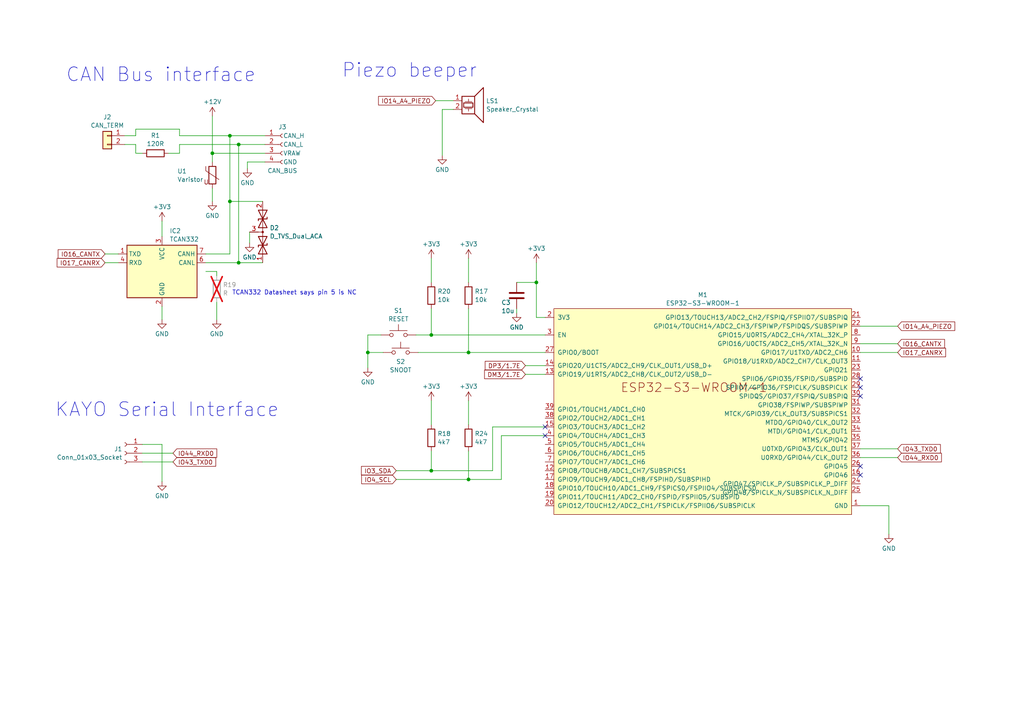
<source format=kicad_sch>
(kicad_sch (version 20231120) (generator "eeschema") (generator_version "8.0")
  (paper "A4")
  (lib_symbols
    (symbol "Connector:Conn_01x03_Socket" (pin_names (offset 1.016) hide)
      (property "Reference" "J" (at 0 5.08 0))
      (property "Value" "Conn_01x03_Socket" (at 0 -5.08 0))
      (symbol "Conn_01x03_Socket_1_1"
        (arc (start 0 -2.032) (mid -0.5058 -2.54) (end 0 -3.048) (stroke (width 0.1524)))
        (polyline (pts (xy -1.27 -2.54) (xy -0.508 -2.54)) (stroke (width 0.1524)))
        (polyline (pts (xy -1.27 0) (xy -0.508 0)) (stroke (width 0.1524)))
        (polyline (pts (xy -1.27 2.54) (xy -0.508 2.54)) (stroke (width 0.1524)))
        (arc (start 0 0.508) (mid -0.5058 0) (end 0 -0.508) (stroke (width 0.1524)))
        (arc (start 0 3.048) (mid -0.5058 2.54) (end 0 2.032) (stroke (width 0.1524)))
        (pin passive line (at -5.08 2.54 0) (length 3.81) (name "Pin_1") (number "1"))
        (pin passive line (at -5.08 0 0) (length 3.81) (name "Pin_2") (number "2"))
        (pin passive line (at -5.08 -2.54 0) (length 3.81) (name "Pin_3") (number "3"))
      )
    )
    (symbol "Connector_Generic:Conn_01x02" (pin_names (offset 1.016) hide)
      (property "Reference" "J" (at 0 2.54 0))
      (property "Value" "Conn_01x02" (at 0 -5.08 0))
      (symbol "Conn_01x02_1_1"
        (rectangle (start -1.27 -2.413) (end 0 -2.667) (stroke (width 0.1524)))
        (rectangle (start -1.27 0.127) (end 0 -0.127) (stroke (width 0.1524)))
        (rectangle (start -1.27 1.27) (end 1.27 -3.81) (stroke (width 0.254)) (fill (type background)))
        (pin passive line (at -5.08 0 0) (length 3.81) (name "Pin_1") (number "1"))
        (pin passive line (at -5.08 -2.54 0) (length 3.81) (name "Pin_2") (number "2"))
      )
    )
    (symbol "Device:C" (pin_numbers hide) (pin_names (offset 0.254))
      (property "Reference" "C" (at 0.635 2.54 0))
      (property "Value" "C" (at 0.635 -2.54 0))
      (symbol "C_0_1"
        (polyline (pts (xy -2.032 -0.762) (xy 2.032 -0.762)) (stroke (width 0.508)))
        (polyline (pts (xy -2.032 0.762) (xy 2.032 0.762)) (stroke (width 0.508)))
      )
      (symbol "C_1_1"
        (pin passive line (at 0 3.81 270) (length 2.794) (name "~") (number "1"))
        (pin passive line (at 0 -3.81 90) (length 2.794) (name "~") (number "2"))
      )
    )
    (symbol "Device:D_TVS_Dual_AAC" (pin_names (offset 1.016) hide)
      (property "Reference" "D" (at 0 4.445 0))
      (property "Value" "D_TVS_Dual_AAC" (at 0 2.54 0))
      (symbol "D_TVS_Dual_AAC_0_0"
        (polyline (pts (xy 0 -1.27) (xy 0 0)))
      )
      (symbol "D_TVS_Dual_AAC_0_1"
        (polyline (pts (xy -6.35 0) (xy 6.35 0)))
        (polyline (pts (xy -3.302 1.27) (xy -3.81 1.27) (xy -3.81 -1.27) (xy -4.318 -1.27)) (stroke (width 0.254)))
        (polyline (pts (xy 4.318 1.27) (xy 3.81 1.27) (xy 3.81 -1.27) (xy 3.302 -1.27)) (stroke (width 0.254)))
        (polyline (pts (xy -6.35 1.27) (xy -1.27 -1.27) (xy -1.27 1.27) (xy -6.35 -1.27) (xy -6.35 1.27)) (stroke (width 0.254)))
        (polyline (pts (xy 6.35 1.27) (xy 1.27 -1.27) (xy 1.27 1.27) (xy 6.35 -1.27) (xy 6.35 1.27)) (stroke (width 0.254)))
        (circle (center 0 0) (radius 0.254) (fill (type outline)))
      )
      (symbol "D_TVS_Dual_AAC_1_1"
        (pin passive line (at -8.89 0 0) (length 2.54) (name "A1") (number "1"))
        (pin passive line (at 8.89 0 180) (length 2.54) (name "A2") (number "2"))
        (pin input line (at 0 -3.81 90) (length 2.54) (name "common") (number "3"))
      )
    )
    (symbol "Device:R" (pin_numbers hide) (pin_names (offset 0))
      (property "Reference" "R" (at 2.032 0 90))
      (property "Value" "R" (at 0 0 90))
      (symbol "R_0_1"
        (rectangle (start -1.016 -2.54) (end 1.016 2.54) (stroke (width 0.254)))
      )
      (symbol "R_1_1"
        (pin passive line (at 0 3.81 270) (length 1.27) (name "~") (number "1"))
        (pin passive line (at 0 -3.81 90) (length 1.27) (name "~") (number "2"))
      )
    )
    (symbol "Device:Speaker_Crystal" (pin_names (offset 0) hide)
      (property "Reference" "LS" (at 0.635 5.715 0))
      (property "Value" "Speaker_Crystal" (at 0.635 3.81 0))
      (symbol "Speaker_Crystal_0_0"
        (rectangle (start -2.54 1.27) (end 1.143 -3.81) (stroke (width 0.254)))
        (rectangle (start -2.032 -0.635) (end 0.635 -1.905) (stroke (width 0.254)))
        (polyline (pts (xy -1.651 -2.286) (xy 0.381 -2.286)))
        (polyline (pts (xy -1.651 -0.254) (xy 0.381 -0.254)))
        (polyline (pts (xy -0.635 -2.286) (xy -0.635 -3.048)))
        (polyline (pts (xy -0.635 -0.254) (xy -0.635 0.508)))
        (polyline (pts (xy 1.143 1.27) (xy 3.683 3.81) (xy 3.683 -6.35) (xy 1.143 -3.81)) (stroke (width 0.254)))
      )
      (symbol "Speaker_Crystal_1_1"
        (pin input line (at -5.08 0 0) (length 2.54) (name "1") (number "1"))
        (pin input line (at -5.08 -2.54 0) (length 2.54) (name "2") (number "2"))
      )
    )
    (symbol "Device:Varistor" (pin_numbers hide) (pin_names (offset 0))
      (property "Reference" "RV" (at 3.175 0 90))
      (property "Value" "Varistor" (at -3.175 0 90))
      (symbol "Varistor_0_0"
        (text "U" (at -1.778 -2.032 0) (effects (font (size 1.27 1.27))))
      )
      (symbol "Varistor_0_1"
        (rectangle (start -1.016 -2.54) (end 1.016 2.54) (stroke (width 0.254)))
        (polyline (pts (xy -1.905 2.54) (xy -1.905 1.27) (xy 1.905 -1.27)))
      )
      (symbol "Varistor_1_1"
        (pin passive line (at 0 3.81 270) (length 1.27) (name "~") (number "1"))
        (pin passive line (at 0 -3.81 90) (length 1.27) (name "~") (number "2"))
      )
    )
    (symbol "Switch:SW_Push" (pin_numbers hide) (pin_names (offset 1.016) hide)
      (property "Reference" "SW" (at 1.27 2.54 0))
      (property "Value" "SW_Push" (at 0 -1.524 0))
      (symbol "SW_Push_0_1"
        (circle (center -2.032 0) (radius 0.508))
        (polyline (pts (xy 0 1.27) (xy 0 3.048)))
        (polyline (pts (xy 2.54 1.27) (xy -2.54 1.27)))
        (circle (center 2.032 0) (radius 0.508))
        (pin passive line (at -5.08 0 0) (length 2.54) (name "1") (number "1"))
        (pin passive line (at 5.08 0 180) (length 2.54) (name "2") (number "2"))
      )
    )
    (symbol "_:CAN_BUS" (pin_names (offset 1.5))
      (property "Reference" "J" (at 0 5.08 0))
      (property "Value" "CAN_BUS" (at 0 -7.62 0))
      (symbol "CAN_BUS_1_1"
        (arc (start 0 -4.572) (mid -0.5058 -5.08) (end 0 -5.588) (stroke (width 0.1524)))
        (arc (start 0 -2.032) (mid -0.5058 -2.54) (end 0 -3.048) (stroke (width 0.1524)))
        (polyline (pts (xy -1.27 -5.08) (xy -0.508 -5.08)) (stroke (width 0.1524)))
        (polyline (pts (xy -1.27 -2.54) (xy -0.508 -2.54)) (stroke (width 0.1524)))
        (polyline (pts (xy -1.27 0) (xy -0.508 0)) (stroke (width 0.1524)))
        (polyline (pts (xy -1.27 2.54) (xy -0.508 2.54)) (stroke (width 0.1524)))
        (arc (start 0 0.508) (mid -0.5058 0) (end 0 -0.508) (stroke (width 0.1524)))
        (arc (start 0 3.048) (mid -0.5058 2.54) (end 0 2.032) (stroke (width 0.1524)))
        (pin passive line (at -5.08 2.54 0) (length 3.81) (name "CAN_H") (number "1"))
        (pin passive line (at -5.08 0 0) (length 3.81) (name "CAN_L") (number "2"))
        (pin passive line (at -5.08 -2.54 0) (length 3.81) (name "VRAW") (number "3"))
        (pin passive line (at -5.08 -5.08 0) (length 3.81) (name "GND") (number "4"))
      )
    )
    (symbol "_:ESP32-S3-WROOM-1" (pin_names (offset 1.016))
      (property "Reference" "U" (at 43.18 -22.86 0))
      (property "Value" "ESP32-S3-WROOM-1" (at -11.43 39.37 0))
      (symbol "ESP32-S3-WROOM-1_0_0"
        (text "ESP32-S3-WROOM-1" (at -2.54 15.24 0) (effects (font (size 2.54 2.54))))
        (pin power_in line (at 45.72 -19.05 180) (length 2.54) (name "GND") (number "1"))
        (pin bidirectional line (at 45.72 25.4 180) (length 2.54) (name "GPIO17/U1TXD/ADC2_CH6") (number "10"))
        (pin bidirectional line (at 45.72 22.86 180) (length 2.54) (name "GPIO18/U1RXD/ADC2_CH7/CLK_OUT3") (number "11"))
        (pin bidirectional line (at -45.72 -8.89 0) (length 2.54) (name "GPIO8/TOUCH8/ADC1_CH7/SUBSPICS1") (number "12"))
        (pin bidirectional line (at -45.72 19.05 0) (length 2.54) (name "GPIO19/U1RTS/ADC2_CH8/CLK_OUT2/USB_D-") (number "13"))
        (pin bidirectional line (at -45.72 21.59 0) (length 2.54) (name "GPIO20/U1CTS/ADC2_CH9/CLK_OUT1/USB_D+") (number "14"))
        (pin bidirectional line (at -45.72 3.81 0) (length 2.54) (name "GPIO3/TOUCH3/ADC1_CH2") (number "15"))
        (pin bidirectional line (at 45.72 -10.16 180) (length 2.54) (name "GPIO46") (number "16"))
        (pin bidirectional line (at -45.72 -11.43 0) (length 2.54) (name "GPIO9/TOUCH9/ADC1_CH8/FSPIHD/SUBSPIHD") (number "17"))
        (pin bidirectional line (at -45.72 -13.97 0) (length 2.54) (name "GPIO10/TOUCH10/ADC1_CH9/FSPICS0/FSPIIO4/SUBSPICS0") (number "18"))
        (pin bidirectional line (at -45.72 -16.51 0) (length 2.54) (name "GPIO11/TOUCH11/ADC2_CH0/FSPID/FSPIIO5/SUBSPID") (number "19"))
        (pin power_in line (at -45.72 35.56 0) (length 2.54) (name "3V3") (number "2"))
        (pin bidirectional line (at -45.72 -19.05 0) (length 2.54) (name "GPIO12/TOUCH12/ADC2_CH1/FSPICLK/FSPIIO6/SUBSPICLK") (number "20"))
        (pin bidirectional line (at 45.72 35.56 180) (length 2.54) (name "GPIO13/TOUCH13/ADC2_CH2/FSPIQ/FSPIIO7/SUBSPIQ") (number "21"))
        (pin bidirectional line (at 45.72 33.02 180) (length 2.54) (name "GPIO14/TOUCH14/ADC2_CH3/FSPIWP/FSPIDQS/SUBSPIWP") (number "22"))
        (pin bidirectional line (at 45.72 20.32 180) (length 2.54) (name "GPIO21") (number "23"))
        (pin bidirectional line (at 45.72 -12.7 180) (length 2.54) (name "GPIO47/SPICLK_P/SUBSPICLK_P_DIFF") (number "24"))
        (pin bidirectional line (at 45.72 -15.24 180) (length 2.54) (name "GPIO48/SPICLK_N/SUBSPICLK_N_DIFF") (number "25"))
        (pin bidirectional line (at 45.72 -7.62 180) (length 2.54) (name "GPIO45") (number "26"))
        (pin bidirectional line (at -45.72 25.4 0) (length 2.54) (name "GPIO0/BOOT") (number "27"))
        (pin bidirectional line (at 45.72 17.78 180) (length 2.54) (name "SPIIO6/GPIO35/FSPID/SUBSPID") (number "28"))
        (pin bidirectional line (at 45.72 15.24 180) (length 2.54) (name "SPIIO7/GPIO36/FSPICLK/SUBSPICLK") (number "29"))
        (pin input line (at -45.72 30.48 0) (length 2.54) (name "EN") (number "3"))
        (pin bidirectional line (at 45.72 12.7 180) (length 2.54) (name "SPIDQS/GPIO37/FSPIQ/SUBSPIQ") (number "30"))
        (pin bidirectional line (at 45.72 10.16 180) (length 2.54) (name "GPIO38/FSPIWP/SUBSPIWP") (number "31"))
        (pin bidirectional line (at 45.72 7.62 180) (length 2.54) (name "MTCK/GPIO39/CLK_OUT3/SUBSPICS1") (number "32"))
        (pin bidirectional line (at 45.72 5.08 180) (length 2.54) (name "MTDO/GPIO40/CLK_OUT2") (number "33"))
        (pin bidirectional line (at 45.72 2.54 180) (length 2.54) (name "MTDI/GPIO41/CLK_OUT1") (number "34"))
        (pin bidirectional line (at 45.72 0 180) (length 2.54) (name "MTMS/GPIO42") (number "35"))
        (pin bidirectional line (at 45.72 -5.08 180) (length 2.54) (name "U0RXD/GPIO44/CLK_OUT2") (number "36"))
        (pin bidirectional line (at 45.72 -2.54 180) (length 2.54) (name "U0TXD/GPIO43/CLK_OUT1") (number "37"))
        (pin bidirectional line (at -45.72 6.35 0) (length 2.54) (name "GPIO2/TOUCH2/ADC1_CH1") (number "38"))
        (pin bidirectional line (at -45.72 8.89 0) (length 2.54) (name "GPIO1/TOUCH1/ADC1_CH0") (number "39"))
        (pin bidirectional line (at -45.72 1.27 0) (length 2.54) (name "GPIO4/TOUCH4/ADC1_CH3") (number "4"))
        (pin passive line (at 45.72 -19.05 180) (length 2.54) hide (name "GND") (number "40"))
        (pin passive line (at 45.72 -19.05 180) (length 2.54) hide (name "GND") (number "41"))
        (pin bidirectional line (at -45.72 -1.27 0) (length 2.54) (name "GPIO5/TOUCH5/ADC1_CH4") (number "5"))
        (pin bidirectional line (at -45.72 -3.81 0) (length 2.54) (name "GPIO6/TOUCH6/ADC1_CH5") (number "6"))
        (pin bidirectional line (at -45.72 -6.35 0) (length 2.54) (name "GPIO7/TOUCH7/ADC1_CH6") (number "7"))
        (pin bidirectional line (at 45.72 30.48 180) (length 2.54) (name "GPIO15/U0RTS/ADC2_CH4/XTAL_32K_P") (number "8"))
        (pin bidirectional line (at 45.72 27.94 180) (length 2.54) (name "GPIO16/U0CTS/ADC2_CH5/XTAL_32K_N") (number "9"))
      )
      (symbol "ESP32-S3-WROOM-1_0_1"
        (rectangle (start -43.18 38.1) (end 43.18 -21.59) (fill (type background)))
      )
    )
    (symbol "_:TCAN332"
      (property "Reference" "U" (at -10.16 8.89 0))
      (property "Value" "TCAN332" (at 2.54 8.89 0))
      (symbol "TCAN332_0_1"
        (rectangle (start -10.16 7.62) (end 10.16 -7.62) (stroke (width 0.254)) (fill (type background)))
      )
      (symbol "TCAN332_1_1"
        (pin input line (at -12.7 5.08 0) (length 2.54) (name "TXD") (number "1"))
        (pin power_in line (at 0 -10.16 90) (length 2.54) (name "GND") (number "2"))
        (pin power_in line (at 0 10.16 270) (length 2.54) (name "VCC") (number "3"))
        (pin tri_state line (at -12.7 2.54 0) (length 2.54) (name "RXD") (number "4"))
        (pin no_connect line (at -10.16 -2.54 0) (length 2.54) hide (name "NC") (number "5"))
        (pin bidirectional line (at 12.7 2.54 180) (length 2.54) (name "CANL") (number "6"))
        (pin bidirectional line (at 12.7 5.08 180) (length 2.54) (name "CANH") (number "7"))
        (pin no_connect line (at -10.16 -5.08 0) (length 2.54) hide (name "NC") (number "8"))
      )
    )
    (symbol "power:+12V" (power) (pin_names (offset 0))
      (property "Value" "+12V" (at 0 3.556 0))
      (symbol "+12V_0_1"
        (polyline (pts (xy -0.762 1.27) (xy 0 2.54)))
        (polyline (pts (xy 0 0) (xy 0 2.54)))
        (polyline (pts (xy 0 2.54) (xy 0.762 1.27)))
      )
      (symbol "+12V_1_1"
        (pin power_in line (at 0 0 90) (length 0) hide (name "+12V") (number "1"))
      )
    )
    (symbol "power:+3V3" (power) (pin_names (offset 0))
      (property "Value" "+3V3" (at 0 3.556 0))
      (symbol "+3V3_0_1"
        (polyline (pts (xy -0.762 1.27) (xy 0 2.54)))
        (polyline (pts (xy 0 0) (xy 0 2.54)))
        (polyline (pts (xy 0 2.54) (xy 0.762 1.27)))
      )
      (symbol "+3V3_1_1"
        (pin power_in line (at 0 0 90) (length 0) hide (name "+3V3") (number "1"))
      )
    )
    (symbol "power:GND" (power) (pin_names (offset 0))
      (property "Value" "GND" (at 0 -3.81 0))
      (symbol "GND_0_1"
        (polyline (pts (xy 0 0) (xy 0 -1.27) (xy 1.27 -1.27) (xy 0 -2.54) (xy -1.27 -1.27) (xy 0 -1.27)))
      )
      (symbol "GND_1_1"
        (pin power_in line (at 0 0 270) (length 0) hide (name "GND") (number "1"))
      )
    )
  )
  (junction (at 135.89 102.235))
  (junction (at 61.595 44.45))
  (junction (at 125.095 136.525))
  (junction (at 135.89 139.065))
  (junction (at 69.215 76.2))
  (junction (at 69.215 41.91))
  (junction (at 106.68 102.235))
  (junction (at 155.575 81.915))
  (junction (at 66.675 39.37))
  (junction (at 66.675 58.42))
  (junction (at 125.095 97.155))
  (no_connect (at 158.115 123.825))
  (no_connect (at 249.555 135.255))
  (no_connect (at 158.115 126.365))
  (no_connect (at 249.555 114.935))
  (no_connect (at 249.555 112.395))
  (no_connect (at 249.555 109.855))
  (no_connect (at 249.555 137.795))
  (wire (pts (xy 125.095 97.155) (xy 158.115 97.155)))
  (wire (pts (xy 125.095 116.205) (xy 125.095 123.19)))
  (wire (pts (xy 249.555 99.695) (xy 260.35 99.695)))
  (wire (pts (xy 155.575 92.075) (xy 158.115 92.075)))
  (wire (pts (xy 30.48 73.66) (xy 34.29 73.66)))
  (wire (pts (xy 120.65 97.155) (xy 125.095 97.155)))
  (wire (pts (xy 249.555 102.235) (xy 260.35 102.235)))
  (wire (pts (xy 66.675 58.42) (xy 66.675 73.66)))
  (wire (pts (xy 48.895 44.45) (xy 52.07 44.45)))
  (wire (pts (xy 125.095 136.525) (xy 125.095 130.81)))
  (wire (pts (xy 110.49 97.155) (xy 106.68 97.155)))
  (wire (pts (xy 59.69 73.66) (xy 66.675 73.66)))
  (wire (pts (xy 249.555 132.715) (xy 260.35 132.715)))
  (wire (pts (xy 135.89 89.535) (xy 135.89 102.235)))
  (wire (pts (xy 30.48 76.2) (xy 34.29 76.2)))
  (wire (pts (xy 76.835 44.45) (xy 61.595 44.45)))
  (wire (pts (xy 155.575 76.2) (xy 155.575 81.915)))
  (wire (pts (xy 61.595 44.45) (xy 61.595 46.99)))
  (wire (pts (xy 76.835 46.99) (xy 71.755 46.99)))
  (wire (pts (xy 66.675 39.37) (xy 66.675 58.42)))
  (wire (pts (xy 41.275 131.445) (xy 50.165 131.445)))
  (wire (pts (xy 125.095 89.535) (xy 125.095 97.155)))
  (wire (pts (xy 39.37 44.45) (xy 41.275 44.45)))
  (wire (pts (xy 52.07 39.37) (xy 66.675 39.37)))
  (wire (pts (xy 155.575 81.915) (xy 149.86 81.915)))
  (wire (pts (xy 249.555 130.175) (xy 260.35 130.175)))
  (wire (pts (xy 62.865 87.63) (xy 62.865 92.71)))
  (wire (pts (xy 36.195 39.37) (xy 39.37 39.37)))
  (wire (pts (xy 155.575 81.915) (xy 155.575 92.075)))
  (wire (pts (xy 71.755 46.99) (xy 71.755 48.895)))
  (wire (pts (xy 257.81 146.685) (xy 249.555 146.685)))
  (wire (pts (xy 125.095 74.93) (xy 125.095 81.915)))
  (wire (pts (xy 142.875 136.525) (xy 125.095 136.525)))
  (wire (pts (xy 61.595 33.655) (xy 61.595 44.45)))
  (wire (pts (xy 249.555 94.615) (xy 260.35 94.615)))
  (wire (pts (xy 106.68 102.235) (xy 106.68 106.68)))
  (wire (pts (xy 149.86 89.535) (xy 149.86 90.805)))
  (wire (pts (xy 106.68 102.235) (xy 111.125 102.235)))
  (wire (pts (xy 126.365 29.21) (xy 131.445 29.21)))
  (wire (pts (xy 257.81 154.94) (xy 257.81 146.685)))
  (wire (pts (xy 114.935 136.525) (xy 125.095 136.525)))
  (wire (pts (xy 46.99 88.9) (xy 46.99 92.71)))
  (wire (pts (xy 72.39 67.31) (xy 72.39 70.485)))
  (wire (pts (xy 158.115 123.825) (xy 142.875 123.825)))
  (wire (pts (xy 135.89 74.93) (xy 135.89 81.915)))
  (wire (pts (xy 62.865 80.01) (xy 62.865 78.74)))
  (wire (pts (xy 52.07 41.91) (xy 69.215 41.91)))
  (wire (pts (xy 41.275 133.985) (xy 50.165 133.985)))
  (wire (pts (xy 52.07 37.465) (xy 52.07 39.37)))
  (wire (pts (xy 36.195 41.91) (xy 39.37 41.91)))
  (wire (pts (xy 66.675 58.42) (xy 76.2 58.42)))
  (wire (pts (xy 61.595 54.61) (xy 61.595 58.42)))
  (wire (pts (xy 52.07 44.45) (xy 52.07 41.91)))
  (wire (pts (xy 106.68 97.155) (xy 106.68 102.235)))
  (wire (pts (xy 128.27 45.085) (xy 128.27 31.75)))
  (wire (pts (xy 59.69 76.2) (xy 69.215 76.2)))
  (wire (pts (xy 46.99 128.905) (xy 41.275 128.905)))
  (wire (pts (xy 39.37 41.91) (xy 39.37 44.45)))
  (wire (pts (xy 39.37 37.465) (xy 52.07 37.465)))
  (wire (pts (xy 114.935 139.065) (xy 135.89 139.065)))
  (wire (pts (xy 69.215 41.91) (xy 76.835 41.91)))
  (wire (pts (xy 69.215 41.91) (xy 69.215 76.2)))
  (wire (pts (xy 158.115 126.365) (xy 145.415 126.365)))
  (wire (pts (xy 152.4 108.585) (xy 158.115 108.585)))
  (wire (pts (xy 145.415 126.365) (xy 145.415 139.065)))
  (wire (pts (xy 142.875 123.825) (xy 142.875 136.525)))
  (wire (pts (xy 66.675 39.37) (xy 76.835 39.37)))
  (wire (pts (xy 128.27 31.75) (xy 131.445 31.75)))
  (wire (pts (xy 39.37 39.37) (xy 39.37 37.465)))
  (wire (pts (xy 46.99 139.7) (xy 46.99 128.905)))
  (wire (pts (xy 135.89 102.235) (xy 158.115 102.235)))
  (wire (pts (xy 135.89 116.205) (xy 135.89 123.19)))
  (wire (pts (xy 69.215 76.2) (xy 76.2 76.2)))
  (wire (pts (xy 121.285 102.235) (xy 135.89 102.235)))
  (wire (pts (xy 135.89 139.065) (xy 135.89 130.81)))
  (wire (pts (xy 152.4 106.045) (xy 158.115 106.045)))
  (wire (pts (xy 46.99 64.135) (xy 46.99 68.58)))
  (wire (pts (xy 145.415 139.065) (xy 135.89 139.065)))
  (wire (pts (xy 59.69 78.74) (xy 62.865 78.74)))
  (text "Piezo beeper" (at 99.06 22.86 0) (effects (font (size 4 4)) (justify left bottom)))
  (text "TCAN332 Datasheet says pin 5 is NC" (at 67.31 85.725 0) (effects (font (size 1.27 1.27)) (justify left bottom)))
  (text "CAN Bus interface" (at 19.05 24.13 0) (effects (font (size 4 4)) (justify left bottom)))
  (text "KAYO Serial Interface" (at 15.875 121.285 0) (effects (font (size 4 4)) (justify left bottom)))
  (global_label "IO16_CANTX" (shape input) (at 260.35 99.695 0) (property "Intersheetrefs" "${INTERSHEET_REFS}" (effects (hide yes))))
  (global_label "IO44_RXD0" (shape input) (at 260.35 132.715 0) (property "Intersheetrefs" "${INTERSHEET_REFS}" (effects (hide yes))))
  (global_label "IO14_A4_PIEZO" (shape input) (at 126.365 29.21 180) (property "Intersheetrefs" "${INTERSHEET_REFS}" (effects (hide yes))))
  (global_label "IO14_A4_PIEZO" (shape input) (at 260.35 94.615 0) (property "Intersheetrefs" "${INTERSHEET_REFS}" (effects (hide yes))))
  (global_label "IO44_RXD0" (shape input) (at 50.165 131.445 0) (property "Intersheetrefs" "${INTERSHEET_REFS}" (effects (hide yes))))
  (global_label "IO17_CANRX" (shape input) (at 260.35 102.235 0) (property "Intersheetrefs" "${INTERSHEET_REFS}" (effects (hide yes))))
  (global_label "DP3{slash}1.7E" (shape input) (at 152.4 106.045 180) (property "Intersheetrefs" "${INTERSHEET_REFS}" (effects (hide yes))))
  (global_label "IO4_SCL" (shape input) (at 114.935 139.065 180) (property "Intersheetrefs" "${INTERSHEET_REFS}" (effects (hide yes))))
  (global_label "IO3_SDA" (shape input) (at 114.935 136.525 180) (property "Intersheetrefs" "${INTERSHEET_REFS}" (effects (hide yes))))
  (global_label "IO17_CANRX" (shape input) (at 30.48 76.2 180) (property "Intersheetrefs" "${INTERSHEET_REFS}" (effects (hide yes))))
  (global_label "IO43_TXD0" (shape input) (at 50.165 133.985 0) (property "Intersheetrefs" "${INTERSHEET_REFS}" (effects (hide yes))))
  (global_label "IO43_TXD0" (shape input) (at 260.35 130.175 0) (property "Intersheetrefs" "${INTERSHEET_REFS}" (effects (hide yes))))
  (global_label "IO16_CANTX" (shape input) (at 30.48 73.66 180) (property "Intersheetrefs" "${INTERSHEET_REFS}" (effects (hide yes))))
  (global_label "DM3{slash}1.7E" (shape input) (at 152.4 108.585 180) (property "Intersheetrefs" "${INTERSHEET_REFS}" (effects (hide yes))))
  (symbol (lib_id "_:CAN_BUS") (at 81.915 41.91 0) (unit 1)
    (property "Reference" "J3" (at 81.915 36.83 0))
    (property "Value" "CAN_BUS" (at 81.915 49.53 0))
    (property "Footprint" "TerminalBlock_MetzConnect:TerminalBlock_MetzConnect_Type086_RT03404HBLC_1x04_P3.81mm_Horizontal" (effects (hide yes)))
  )
  (symbol (lib_id "power:GND") (at 71.755 48.895 0) (unit 1)
    (property "Reference" "#PWR0128" (effects (hide yes)))
    (property "Value" "GND" (at 71.755 53.0281 0))
  )
  (symbol (lib_id "power:+3V3") (at 46.99 64.135 0) (unit 1)
    (property "Reference" "#PWR0123" (effects (hide yes)))
    (property "Value" "+3V3" (at 46.99 60.0019 0))
  )
  (symbol (lib_id "Device:Speaker_Crystal") (at 136.525 29.21 0) (unit 1)
    (property "Reference" "LS1" (at 140.97 29.2679 0) (effects (justify left)))
    (property "Value" "Speaker_Crystal" (at 140.97 31.6921 0) (effects (justify left)))
    (property "Footprint" "Buzzer_Beeper:Buzzer_CUI_CPT-9019S-SMT" (effects (hide yes)))
  )
  (symbol (lib_id "power:GND") (at 46.99 92.71 0) (unit 1)
    (property "Reference" "#PWR0124" (effects (hide yes)))
    (property "Value" "GND" (at 46.99 96.8431 0))
  )
  (symbol (lib_id "power:+3V3") (at 155.575 76.2 0) (unit 1)
    (property "Reference" "#PWR0137" (effects (hide yes)))
    (property "Value" "+3V3" (at 155.575 72.0669 0))
  )
  (symbol (lib_id "Device:R") (at 62.865 83.82 180) (unit 1) (on_board no) (dnp yes)
    (property "Reference" "R19" (at 64.643 82.6079 0) (effects (justify right)))
    (property "Value" "R" (at 64.643 85.0321 0) (effects (justify right)))
    (property "Footprint" "Resistor_SMD:R_0805_2012Metric" (effects (hide yes)))
  )
  (symbol (lib_id "power:GND") (at 62.865 92.71 0) (unit 1)
    (property "Reference" "#PWR0126" (effects (hide yes)))
    (property "Value" "GND" (at 62.865 96.8431 0))
  )
  (symbol (lib_id "power:GND") (at 149.86 90.805 0) (unit 1)
    (property "Reference" "#PWR0136" (effects (hide yes)))
    (property "Value" "GND" (at 149.86 94.9381 0))
  )
  (symbol (lib_id "Device:R") (at 135.89 127 0) (unit 1)
    (property "Reference" "R24" (at 137.668 125.7879 0) (effects (justify left)))
    (property "Value" "4k7" (at 137.668 128.2121 0) (effects (justify left)))
    (property "Footprint" "Resistor_SMD:R_0805_2012Metric" (effects (hide yes)))
  )
  (symbol (lib_id "Switch:SW_Push") (at 116.205 102.235 0) (unit 1)
    (property "Reference" "S2" (at 116.205 104.8908 0))
    (property "Value" "SNOOT" (at 116.205 107.315 0))
    (property "Footprint" "Button_Switch_SMD:SW_SPST_TL3342" (effects (hide yes)))
  )
  (symbol (lib_id "Device:R") (at 125.095 127 0) (unit 1)
    (property "Reference" "R18" (at 126.873 125.7879 0) (effects (justify left)))
    (property "Value" "4k7" (at 126.873 128.2121 0) (effects (justify left)))
    (property "Footprint" "Resistor_SMD:R_0805_2012Metric" (effects (hide yes)))
  )
  (symbol (lib_id "power:GND") (at 257.81 154.94 0) (unit 1)
    (property "Reference" "#PWR0138" (effects (hide yes)))
    (property "Value" "GND" (at 257.81 159.0731 0))
  )
  (symbol (lib_id "_:TCAN332") (at 46.99 78.74 0) (unit 1)
    (property "Reference" "IC2" (at 49.1841 66.9757 0) (effects (justify left)))
    (property "Value" "TCAN332" (at 49.1841 69.3999 0) (effects (justify left)))
    (property "Footprint" "Package_SO:SO-8_3.9x4.9mm_P1.27mm" (effects (hide yes)))
    (property "Datasheet" "http://www.ti.com/lit/ds/symlink/tcan337.pdf" (effects (hide yes)))
  )
  (symbol (lib_id "Device:R") (at 125.095 85.725 0) (unit 1)
    (property "Reference" "R20" (at 126.873 84.5129 0) (effects (justify left)))
    (property "Value" "10k" (at 126.873 86.9371 0) (effects (justify left)))
    (property "Footprint" "Resistor_SMD:R_0805_2012Metric" (effects (hide yes)))
  )
  (symbol (lib_id "Device:C") (at 149.86 85.725 0) (unit 1)
    (property "Reference" "C3" (at 145.415 87.7458 0) (effects (justify left)))
    (property "Value" "10u" (at 145.415 90.17 0) (effects (justify left)))
    (property "Footprint" "Capacitor_SMD:C_0805_2012Metric" (effects (hide yes)))
  )
  (symbol (lib_id "power:GND") (at 61.595 58.42 0) (unit 1)
    (property "Reference" "#PWR0177" (effects (hide yes)))
    (property "Value" "GND" (at 61.595 62.5531 0))
  )
  (symbol (lib_id "Device:R") (at 45.085 44.45 90) (unit 1)
    (property "Reference" "R1" (at 45.085 39.2897 90))
    (property "Value" "120R" (at 45.085 41.7139 90))
    (property "Footprint" "Resistor_SMD:R_2512_6332Metric" (effects (hide yes)))
  )
  (symbol (lib_id "Device:D_TVS_Dual_AAC") (at 76.2 67.31 270) (mirror x) (unit 1)
    (property "Reference" "D2" (at 78.2319 66.0979 90) (effects (justify left)))
    (property "Value" "D_TVS_Dual_ACA" (at 78.2319 68.5221 90) (effects (justify left)))
    (property "Footprint" "Package_TO_SOT_SMD:SOT-23-3" (effects (hide yes)))
  )
  (symbol (lib_id "Switch:SW_Push") (at 115.57 97.155 0) (unit 1)
    (property "Reference" "S1" (at 115.57 90.0897 0))
    (property "Value" "RESET" (at 115.57 92.5139 0))
    (property "Footprint" "Button_Switch_SMD:SW_SPST_TL3342" (effects (hide yes)))
  )
  (symbol (lib_id "Connector:Conn_01x03_Socket") (at 36.195 131.445 0) (mirror y) (unit 1)
    (property "Reference" "J1" (at 35.4838 130.2329 0) (effects (justify left)))
    (property "Value" "Conn_01x03_Socket" (at 35.4838 132.6571 0) (effects (justify left)))
    (property "Footprint" "TerminalBlock_MetzConnect:TerminalBlock_MetzConnect_Type086_RT03403HBLC_1x03_P3.81mm_Horizontal" (effects (hide yes)))
  )
  (symbol (lib_id "Device:Varistor") (at 61.595 50.8 0) (unit 1)
    (property "Reference" "U1" (at 51.435 49.6458 0) (effects (justify left)))
    (property "Value" "Varistor" (at 51.435 52.07 0) (effects (justify left)))
    (property "Footprint" "Resistor_SMD:R_1210_3225Metric" (effects (hide yes)))
    (property "Sim.Name" "kicad_builtin_varistor" (effects (hide yes)))
    (property "Sim.Device" "SUBCKT" (effects (hide yes)))
    (property "Sim.Pins" "1=A 2=B" (effects (hide yes)))
    (property "Sim.Params" "threshold=1k" (effects (hide yes)))
    (property "Sim.Library" "${KICAD7_SYMBOL_DIR}/Simulation_SPICE.sp" (effects (hide yes)))
    (property "LCSC" "C2935544" (effects (hide yes)))
  )
  (symbol (lib_id "power:+3V3") (at 125.095 116.205 0) (unit 1)
    (property "Reference" "#PWR0132" (effects (hide yes)))
    (property "Value" "+3V3" (at 125.095 112.0719 0))
  )
  (symbol (lib_id "power:GND") (at 106.68 106.68 0) (unit 1)
    (property "Reference" "#PWR0130" (effects (hide yes)))
    (property "Value" "GND" (at 106.68 110.8131 0))
  )
  (symbol (lib_id "Device:R") (at 135.89 85.725 0) (unit 1)
    (property "Reference" "R17" (at 137.668 84.5129 0) (effects (justify left)))
    (property "Value" "10k" (at 137.668 86.9371 0) (effects (justify left)))
    (property "Footprint" "Resistor_SMD:R_0805_2012Metric" (effects (hide yes)))
  )
  (symbol (lib_id "power:GND") (at 46.99 139.7 0) (unit 1)
    (property "Reference" "#PWR0125" (effects (hide yes)))
    (property "Value" "GND" (at 46.99 143.8331 0))
  )
  (symbol (lib_id "_:ESP32-S3-WROOM-1") (at 203.835 127.635 0) (unit 1)
    (property "Reference" "M1" (at 203.835 85.5177 0))
    (property "Value" "ESP32-S3-WROOM-1" (at 203.835 87.9419 0))
    (property "Footprint" "openkayo:ESP32-S3-WROOM-1" (effects (hide yes)))
    (property "Datasheet" "https://www.espressif.com/sites/default/files/documentation/esp32-s3-wroom-1_wroom-1u_datasheet_en.pdf" (effects (hide yes)))
  )
  (symbol (lib_id "power:+3V3") (at 125.095 74.93 0) (unit 1)
    (property "Reference" "#PWR0131" (effects (hide yes)))
    (property "Value" "+3V3" (at 125.095 70.7969 0))
  )
  (symbol (lib_id "power:+3V3") (at 135.89 116.205 0) (unit 1)
    (property "Reference" "#PWR0135" (effects (hide yes)))
    (property "Value" "+3V3" (at 135.89 112.0719 0))
  )
  (symbol (lib_id "power:+12V") (at 61.595 33.655 0) (unit 1)
    (property "Reference" "#PWR0127" (effects (hide yes)))
    (property "Value" "+12V" (at 61.595 29.5219 0))
  )
  (symbol (lib_id "power:GND") (at 128.27 45.085 0) (unit 1)
    (property "Reference" "#PWR0133" (effects (hide yes)))
    (property "Value" "GND" (at 128.27 49.2181 0))
  )
  (symbol (lib_id "power:GND") (at 72.39 70.485 0) (unit 1)
    (property "Reference" "#PWR0129" (effects (hide yes)))
    (property "Value" "GND" (at 72.39 74.6181 0))
  )
  (symbol (lib_id "Connector_Generic:Conn_01x02") (at 31.115 39.37 0) (mirror y) (unit 1)
    (property "Reference" "J2" (at 31.115 33.9557 0))
    (property "Value" "CAN_TERM" (at 31.115 36.3799 0))
    (property "Footprint" "Connector_PinHeader_2.54mm:PinHeader_1x02_P2.54mm_Vertical" (effects (hide yes)))
  )
  (symbol (lib_id "power:+3V3") (at 135.89 74.93 0) (unit 1)
    (property "Reference" "#PWR0134" (effects (hide yes)))
    (property "Value" "+3V3" (at 135.89 70.7969 0))
  )
)
</source>
